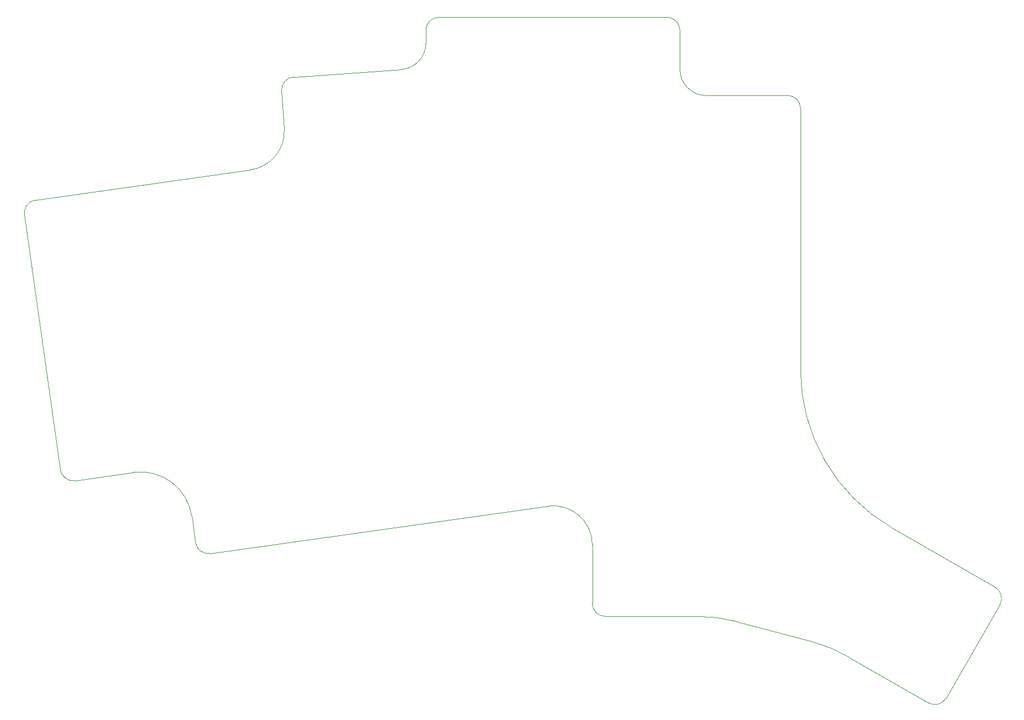
<source format=gm1>
G04 #@! TF.GenerationSoftware,KiCad,Pcbnew,(6.0.7-1)-1*
G04 #@! TF.CreationDate,2023-01-14T03:29:51-05:00*
G04 #@! TF.ProjectId,musubi_rev2,6d757375-6269-45f7-9265-76322e6b6963,rev?*
G04 #@! TF.SameCoordinates,Original*
G04 #@! TF.FileFunction,Profile,NP*
%FSLAX46Y46*%
G04 Gerber Fmt 4.6, Leading zero omitted, Abs format (unit mm)*
G04 Created by KiCad (PCBNEW (6.0.7-1)-1) date 2023-01-14 03:29:51*
%MOMM*%
%LPD*%
G01*
G04 APERTURE LIST*
G04 #@! TA.AperFunction,Profile*
%ADD10C,0.007874*%
G04 #@! TD*
G04 APERTURE END LIST*
D10*
X102379791Y-49741421D02*
X102783080Y-55508634D01*
X68410237Y-107883080D02*
G75*
G03*
X70669122Y-109585271I1980563J278380D01*
G01*
X64615310Y-66508906D02*
G75*
G03*
X62913126Y-68767838I278290J-1980494D01*
G01*
X182016294Y-52450903D02*
G75*
G03*
X180016293Y-50450906I-1999994J3D01*
G01*
X150061586Y-119466599D02*
G75*
G03*
X143226600Y-113525000I-5999986J-1D01*
G01*
X163516325Y-46450914D02*
X163516326Y-40450926D01*
X182016294Y-92574659D02*
G75*
G03*
X196016247Y-116823314I27999706J-141D01*
G01*
X70669122Y-109585271D02*
X79581784Y-108332870D01*
X126516399Y-38450903D02*
G75*
G03*
X124516403Y-40450927I1J-1999997D01*
G01*
X152061604Y-130450747D02*
X166147295Y-130450746D01*
X104235402Y-47606804D02*
G75*
G03*
X102379791Y-49741421I139598J-1995196D01*
G01*
X189420960Y-136686826D02*
G75*
G03*
X183632474Y-134289187I-12000860J-20786774D01*
G01*
X172358803Y-131268481D02*
G75*
G03*
X166147295Y-130450746I-6211403J-23181619D01*
G01*
X89173685Y-119101818D02*
G75*
G03*
X91432554Y-120804010I1980515J278318D01*
G01*
X201619353Y-143729639D02*
G75*
G03*
X204351417Y-142997559I999947J1732239D01*
G01*
X211869364Y-125976128D02*
X196016247Y-116823314D01*
X150061553Y-128450750D02*
G75*
G03*
X152061604Y-130450747I2000147J150D01*
G01*
X212601420Y-128708180D02*
G75*
G03*
X211869364Y-125976128I-1732120J999980D01*
G01*
X124516403Y-40450927D02*
X124516403Y-42458524D01*
X62913126Y-68767838D02*
X68410287Y-107883073D01*
X204351417Y-142997559D02*
X212601409Y-128708173D01*
X97632726Y-61868779D02*
X64615318Y-66508966D01*
X161516329Y-38450930D02*
X126516399Y-38450930D01*
X150061610Y-119466599D02*
X150061609Y-128450750D01*
X97632721Y-61868742D02*
G75*
G03*
X102783080Y-55508634I-834821J5941442D01*
G01*
X120795440Y-46448773D02*
X104235401Y-47606783D01*
X120795439Y-46448758D02*
G75*
G03*
X124516403Y-42458524I-279039J3990258D01*
G01*
X182016289Y-92574659D02*
X182016287Y-52450903D01*
X180016293Y-50450906D02*
X167516319Y-50450906D01*
X91432554Y-120804010D02*
X143226600Y-113525000D01*
X163516394Y-46450914D02*
G75*
G03*
X167516319Y-50450906I4000006J14D01*
G01*
X88617131Y-115141666D02*
X89173683Y-119101818D01*
X189420954Y-136686836D02*
X201619372Y-143729606D01*
X88617114Y-115141668D02*
G75*
G03*
X79581784Y-108332870I-7922114J-1113332D01*
G01*
X163516270Y-40450926D02*
G75*
G03*
X161516329Y-38450930I-1999970J26D01*
G01*
X172358801Y-131268488D02*
X183632474Y-134289187D01*
M02*

</source>
